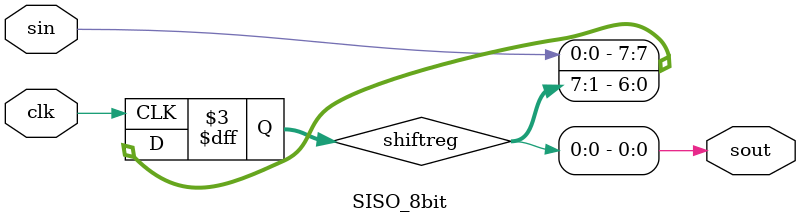
<source format=v>

module SISO_8bit(
    input clk, sin,
    output sout
    );
    reg [7:0] shiftreg;
    always @ (posedge clk)
        begin
            //shiftreg<= {sin,shiftreg[7:1]};
            shiftreg<=shiftreg >> 1;
            shiftreg[7] <= sin;
        end
    assign sout = shiftreg[0];
endmodule
</source>
